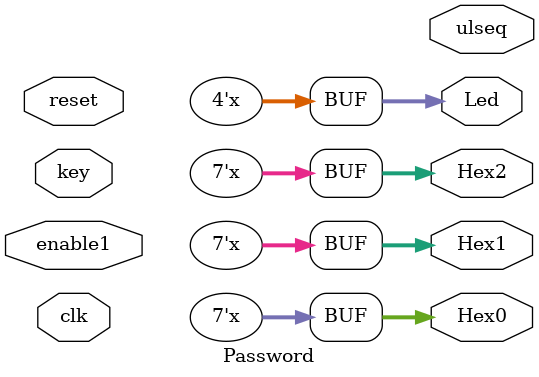
<source format=v>
module Password #(
    parameter nkeys = 4 // we can define any length Password sequence
    ) (

    input [3:0] key, // input push button
	 input enable1,   // this signal would enable the module
	 input reset,     // reset the process
	 input clk,       // internal clock input
	 output reg [(nkeys*2)-1:0] ulseq,  // to output the stored sequence fsm module
	 output reg [3:0] Led,      // to display the button pressed
	 output reg [6:0] Hex0, Hex1, Hex2 // to display the output string
	 );


reg [7:0] counter;  // used to count upto nkeys

reg [3:0] keyprev;  // to check the previous state of the key

reg [10:0] width;   // used for storing bits in pb reg

reg [(nkeys*2)-1:0] pb; // it needs to store 2 bits data into the register for every press in button 

reg [6:0] hex0,hex1,hex2;  // to display the output string

reg [3:0] led; 

parameter key0 = 4'b1110, key1 = 4'b1101, key2 = 4'b1011, key3 = 4'b0111;

parameter initialize = 2'b00,idlestate = 2'b01, checkstate = 2'b10;

reg [1:0] state, next;

always @(posedge clk) begin
       if (reset == 1'b1) state <= initialize;
		 if (enable1 == 1'b0) state <= idlestate;
		 else state <= next;
end

always @(posedge clk) begin
       case(state) 
		 
		 initialize : begin                    // begins with initialize state                 
		              
						  next <= idlestate;       // transit to idlestate
		 end 
		 
		 idlestate : begin
		 
		             if (keyprev != 4'b1111 && key [3:0] == 4'b1111) next <= idlestate;
						                        
						 if ((key [3:0] == key0 || key [3:0] == key1 || key [3:0] == key2 || key [3:0] == key3) && keyprev == 4'b1111) next <= checkstate;
						  // transit for every push of the button   
		 end
		 
		 checkstate : begin    // respective state transition after execution of instruction
		             if (counter == nkeys) next <= idlestate;
						 if (counter < nkeys && key [3:0] == key0 && keyprev == 4'b1111) next <= checkstate;
		             if (counter < nkeys && key [3:0] == key1 && keyprev == 4'b1111) next <= checkstate;
		             if (counter < nkeys && key [3:0] == key2 && keyprev == 4'b1111) next <= checkstate;
		             if (counter < nkeys && key [3:0] == key3 && keyprev == 4'b1111) next <= checkstate;
		             if (key [3:0] == 4'b1111) next <= idlestate;
		 end
		 
		 default: begin 
		        state <= initialize; // default state
		 end
		 endcase
end

always @(*) begin
       if (reset == 1'b1) begin    // initializes all the regs when reset signal goes high
		    
			 
			 led <= 4'd0;
			 counter <= 0;
			 hex0 <= 0;
			 hex1 <= 15;
			 hex2 <= 15;
			 width <= 1;
			 pb <= 0;
			 keyprev <= 4'b1111;
			 
	    end
		 
else begin
  
       case(state)
		 
		 initialize: begin                   // at the begining of the state execute all the instructions
		 
		             led <= 4'd0;
			          counter <= 0;
			          hex0 <= 0;
			          hex1 <= 15;
			          hex2 <= 15;
			          width <= 1;
						 keyprev <= 4'b1111;
			          pb <= 0;
		 end
		 
		 idlestate : begin
		        
				       if (keyprev != 4'b1111 ) begin     // to update the state of the push button
						     keyprev <= 4'b1111;
							  
						 end
                   
						 if ((key [3:0] == key0 || key [3:0] == key1 || key [3:0] == key2 || key [3:0] == key3) && keyprev == 4'b1111) begin
						  // for any key press ,change of state   
							  led <= counter;
							  hex0 <= counter;

						 end
						 
		 end
		 
		 checkstate : begin
	  
	              if (counter == nkeys) begin    // if counter = nkeys then display set on hex led and output the whole sequence to Fsm module
		                led <= counter;
					       hex0 <= 5;
					       hex1 <= 6;
					       hex2 <= 7;
							 ulseq[(nkeys*2)-1:0] <= pb [(nkeys*2)-1:0];
		            end  

		           if (counter < nkeys && key [3:0] == key0 && keyprev == 4'b1111) begin
		     
			             pb[width -:1] <= 2'b00;   // store 2'b00 when key zero is pressed
			             width <= width + 2;       // increment the bits, ex pb[1:0] = 2'b00, next process pb[3:2] = 2'b01. In this way each key is assigned 
			             counter <= counter + 1;   // to one set of bits,   // to increment counter value to check if it has reached the maximum length of sequenc
			             led <= counter;           
			             hex0 <= counter;         
			             keyprev <= key0;  
		 
		           end
		    // Similarly like above steps, i have defined for other keys
		 		 
		           if (counter < nkeys && key [3:0] == key1 && keyprev == 4'b1111) begin
		     
			             pb[width -:1] <= 2'b01; // store 2'b01 when key 1 is pressed
			             width <= width + 2;  
			             counter <= counter + 1; 
							 led <= counter;
			             hex0 <= counter;
			             keyprev <= key1; 
		 
		           end
		 
		          if (counter < nkeys && key [3:0] == key2 && keyprev == 4'b1111) begin
		     
			            
			            pb[width -:1] <= 2'b10; // store 2'b10 when key 1 is pressed
			            width <= width + 2;  
			            counter <= counter + 1; 
							led <= counter;
			            hex0 <= counter;
			            keyprev <= key2;  
		 
		           end
		 
		          if (counter < nkeys && key [3:0] == key3 && keyprev == 4'b1111) begin
		     
			            pb[width -:1] <= 2'b11; // store 2'b11 when key 1 is pressed
			            width <= width + 2;  
			            counter <= counter + 1; 
							led <= counter;
			            hex0 <= counter;
			            keyprev <= key3;
		          end
		 
		          if (key [3:0] == 4'b1111) begin
					      led <= counter;
							hex0 <= counter;
					 end
					 
			end
			
			default: begin 
		        state <= initialize;
			end
			
		 endcase
		 
end

Hex0 <= hex0;
Hex1 <= hex1;
Hex2 <= hex2;
Led  = led;
end		 
 
endmodule 
</source>
